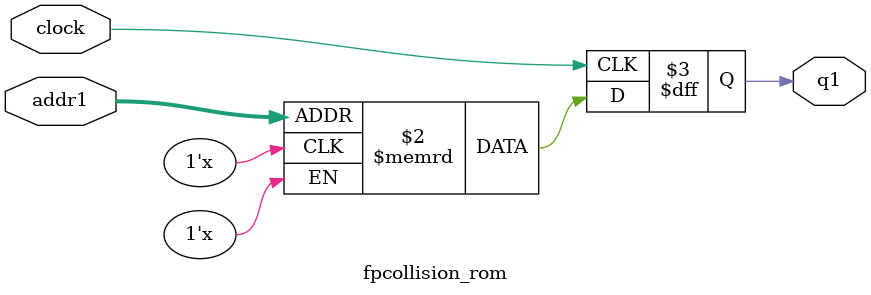
<source format=sv>
module fpcollision_rom (
	input logic clock,
	input logic [17:0] addr1,// addr2, addr3, addr4,
	output logic q1
	//, q2, q3, q4
);

logic memory [0:153599] /* synthesis ram_init_file = "./fpcollision/fpcollision.mif" */;

always_ff @ (posedge clock) begin
	q1 <= {memory[addr1]};
//	q2 <= {memory[addr2]};
//	q3 <= {memory[addr3]};
//	q4 <= {memory[addr4]};
end

endmodule

</source>
